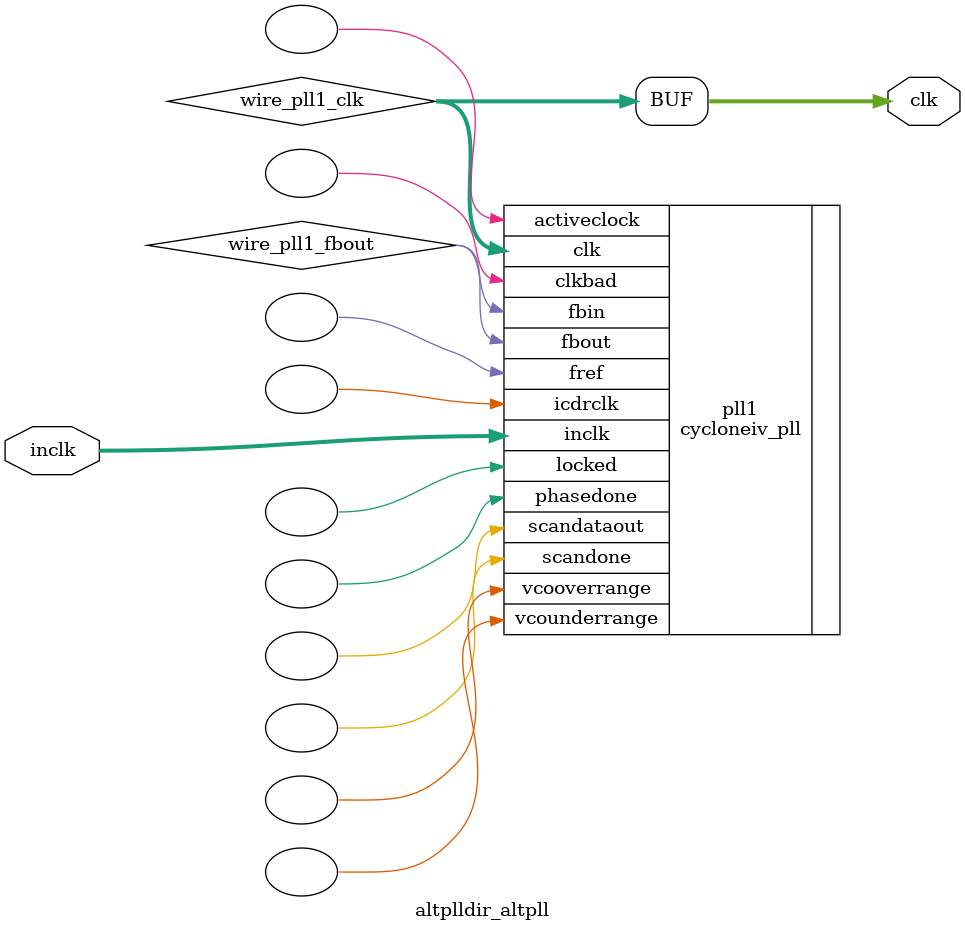
<source format=v>






//synthesis_resources = cycloneiv_pll 1 
//synopsys translate_off
`timescale 1 ps / 1 ps
//synopsys translate_on
module  altplldir_altpll
	( 
	clk,
	inclk) /* synthesis synthesis_clearbox=1 */;
	output   [4:0]  clk;
	input   [1:0]  inclk;
`ifndef ALTERA_RESERVED_QIS
// synopsys translate_off
`endif
	tri0   [1:0]  inclk;
`ifndef ALTERA_RESERVED_QIS
// synopsys translate_on
`endif

	wire  [4:0]   wire_pll1_clk;
	wire  wire_pll1_fbout;

	cycloneiv_pll   pll1
	( 
	.activeclock(),
	.clk(wire_pll1_clk),
	.clkbad(),
	.fbin(wire_pll1_fbout),
	.fbout(wire_pll1_fbout),
	.fref(),
	.icdrclk(),
	.inclk(inclk),
	.locked(),
	.phasedone(),
	.scandataout(),
	.scandone(),
	.vcooverrange(),
	.vcounderrange()
	`ifndef FORMAL_VERIFICATION
	// synopsys translate_off
	`endif
	,
	.areset(1'b0),
	.clkswitch(1'b0),
	.configupdate(1'b0),
	.pfdena(1'b1),
	.phasecounterselect({3{1'b0}}),
	.phasestep(1'b0),
	.phaseupdown(1'b0),
	.scanclk(1'b0),
	.scanclkena(1'b1),
	.scandata(1'b0)
	`ifndef FORMAL_VERIFICATION
	// synopsys translate_on
	`endif
	);
	defparam
		pll1.bandwidth_type = "auto",
		pll1.clk0_divide_by = 1,
		pll1.clk0_duty_cycle = 50,
		pll1.clk0_multiply_by = 1,
		pll1.clk0_phase_shift = "0",
		pll1.compensate_clock = "clk0",
		pll1.inclk0_input_frequency = 20000,
		pll1.operation_mode = "normal",
		pll1.pll_type = "auto",
		pll1.lpm_type = "cycloneiv_pll";
	assign
		clk = {wire_pll1_clk[4:0]};
endmodule //altplldir_altpll
//VALID FILE

</source>
